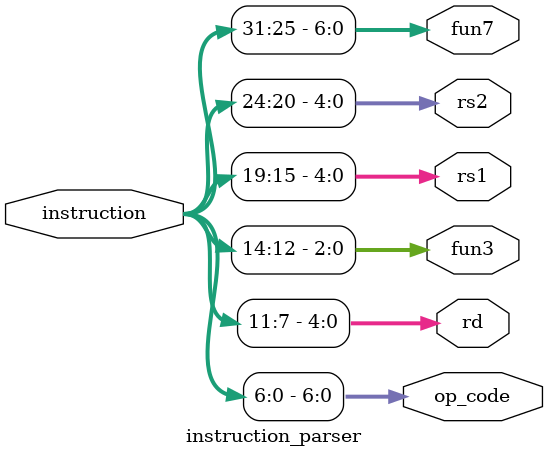
<source format=v>
`timescale 1ns / 1ps

module instruction_parser(
    input [31:0] instruction,
    output [6:0] op_code,
    output [4:0] rd,
    output [2:0] fun3,
    output [4:0] rs1,
    output [4:0] rs2,
    output [6:0] fun7
);

assign op_code = instruction[6:0];
assign rd = instruction[11:7];
assign fun3 = instruction[14:12];
assign rs1 = instruction[19:15];
assign rs2 = instruction[24:20];
assign fun7 = instruction[31:25];

endmodule
</source>
